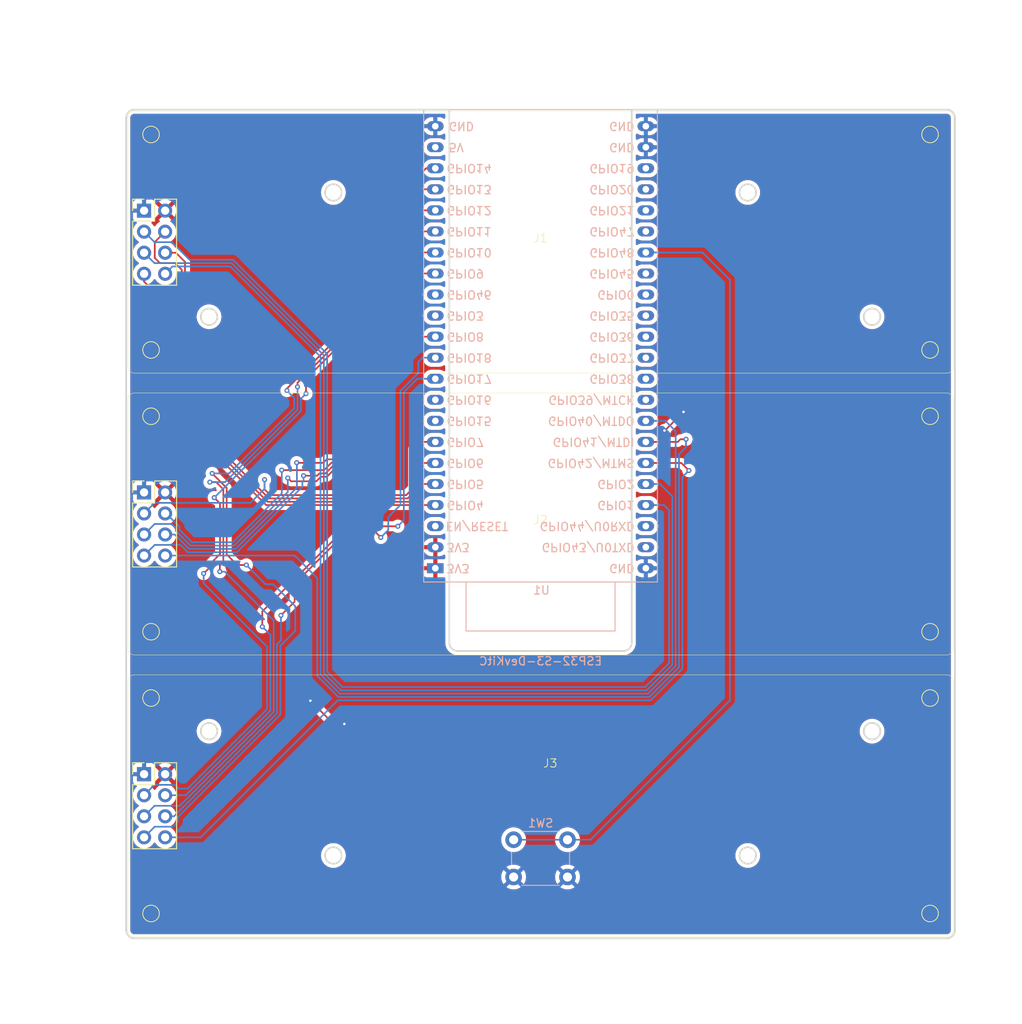
<source format=kicad_pcb>
(kicad_pcb (version 20241229) (generator "pcbnew") (generator_version "9.0")
  (layers (0 "F.Cu" signal) (2 "B.Cu" signal) (13 "F.Paste" user) (15 "B.Paste" user) (5 "F.SilkS" user "F.Silkscreen") (7 "B.SilkS" user "B.Silkscreen") (1 "F.Mask" user) (3 "B.Mask" user) (25 "Edge.Cuts" user))
  (net 0 "")
  (net 20 "/ADC_0_1")
  (net 21 "+3.3V")
  (net 22 "/config_0")
  (net 23 "/ADC_0_4")
  (net 24 "GND")
  (net 25 "/ADC_0_2")
  (net 26 "/ADC_0_0")
  (net 27 "/ADC_0_3")
  (net 28 "/ADC_1_0")
  (net 29 "/ADC_1_2")
  (net 30 "/config_1")
  (net 31 "/ADC_1_1")
  (net 32 "/ADC_1_3")
  (net 33 "/ADC_1_4")
  (net 34 "/ADC_2_4")
  (net 35 "/ADC_2_1")
  (net 36 "/ADC_2_0")
  (net 37 "/ADC_2_3")
  (net 38 "/config_2")
  (net 39 "/ADC_2_2")
  (net 40 "Net-(U1-GPIO48)")
  (footprint "Stephen:MidiModuleOutline" (layer "F.Cu") (at 100 66)
    (property "Reference" "J1" (at 0 -0.5 0) (layer "F.SilkS") (effects (font (thickness 0.1))))
    (property "Value" "Conn_02x04_Odd_Even")
    (fp_line (start -49.8 -15) (end -49.8 15) (stroke (width 0.05)) (layer "F.SilkS"))
    (fp_line (start -49.22 -5.19) (end -47.84 -5.19) (stroke (width 0.12)) (layer "F.SilkS"))
    (fp_line (start -49.22 -3.81) (end -49.22 -5.19) (stroke (width 0.12)) (layer "F.SilkS"))
    (fp_line (start -49.22 -2.54) (end -49.22 5.19) (stroke (width 0.12)) (layer "F.SilkS"))
    (fp_line (start -49.22 -2.54) (end -46.57 -2.54) (stroke (width 0.12)) (layer "F.SilkS"))
    (fp_line (start -49.22 5.19) (end -43.92 5.19) (stroke (width 0.12)) (layer "F.SilkS"))
    (fp_line (start -49 -15.8) (end 49 -15.8) (stroke (width 0.05)) (layer "F.SilkS"))
    (fp_line (start -49 15.8) (end 49 15.8) (stroke (width 0.05)) (layer "F.SilkS"))
    (fp_line (start -46.57 -5.19) (end -43.92 -5.19) (stroke (width 0.12)) (layer "F.SilkS"))
    (fp_line (start -46.57 -2.54) (end -46.57 -5.19) (stroke (width 0.12)) (layer "F.SilkS"))
    (fp_line (start -43.92 -5.19) (end -43.92 5.19) (stroke (width 0.12)) (layer "F.SilkS"))
    (fp_line (start 49.8 -15) (end 49.8 15) (stroke (width 0.05)) (layer "F.SilkS"))
    (fp_arc (start -49.8 -15) (mid -49.565685 -15.565685) (end -49 -15.8) (stroke (width 0.05)) (layer "F.SilkS"))
    (fp_arc (start -49 15.8) (mid -49.565685 15.565685) (end -49.8 15) (stroke (width 0.05)) (layer "F.SilkS"))
    (fp_arc (start 49 -15.8) (mid 49.565685 -15.565685) (end 49.8 -15) (stroke (width 0.05)) (layer "F.SilkS"))
    (fp_arc (start 49.8 15) (mid 49.565685 15.565685) (end 49 15.8) (stroke (width 0.05)) (layer "F.SilkS"))
    (fp_circle (center -47 -13) (end -46 -13) (stroke (width 0.1)) (fill no) (layer "F.SilkS"))
    (fp_circle (center -47 13) (end -46 13) (stroke (width 0.1)) (fill no) (layer "F.SilkS"))
    (fp_circle (center 47 -13) (end 48 -13) (stroke (width 0.1)) (fill no) (layer "F.SilkS"))
    (fp_circle (center 47 13) (end 48 13) (stroke (width 0.1)) (fill no) (layer "F.SilkS"))
    (pad "1" thru_hole rect (at -47.84 -3.81) (size 1.7 1.7) (drill 1) (layers "*.Cu" "*.Mask") (net 24 "GND"))
    (pad "2" thru_hole circle (at -45.3 -3.81) (size 1.7 1.7) (drill 1) (layers "*.Cu" "*.Mask") (net 21 "+3.3V"))
    (pad "3" thru_hole circle (at -47.84 -1.27) (size 1.7 1.7) (drill 1) (layers "*.Cu" "*.Mask") (net 26 "/ADC_0_0"))
    (pad "4" thru_hole circle (at -45.3 -1.27) (size 1.7 1.7) (drill 1) (layers "*.Cu" "*.Mask") (net 27 "/ADC_0_3"))
    (pad "5" thru_hole circle (at -47.84 1.27) (size 1.7 1.7) (drill 1) (layers "*.Cu" "*.Mask") (net 20 "/ADC_0_1"))
    (pad "6" thru_hole circle (at -45.3 1.27) (size 1.7 1.7) (drill 1) (layers "*.Cu" "*.Mask") (net 23 "/ADC_0_4"))
    (pad "7" thru_hole circle (at -47.84 3.81) (size 1.7 1.7) (drill 1) (layers "*.Cu" "*.Mask") (net 25 "/ADC_0_2"))
    (pad "8" thru_hole circle (at -45.3 3.81) (size 1.7 1.7) (drill 1) (layers "*.Cu" "*.Mask") (net 22 "/config_0"))
  )
  (footprint "Stephen:MidiModuleOutline" (layer "F.Cu") (at 100 134)
    (property "Reference" "J3" (at 1.175 -5.125 0) (layer "F.SilkS") (effects (font (thickness 0.1))))
    (property "Value" "Conn_02x04_Odd_Even")
    (fp_line (start -49.8 -15) (end -49.8 15) (stroke (width 0.05)) (layer "F.SilkS"))
    (fp_line (start -49.22 -5.19) (end -47.84 -5.19) (stroke (width 0.12)) (layer "F.SilkS"))
    (fp_line (start -49.22 -3.81) (end -49.22 -5.19) (stroke (width 0.12)) (layer "F.SilkS"))
    (fp_line (start -49.22 -2.54) (end -49.22 5.19) (stroke (width 0.12)) (layer "F.SilkS"))
    (fp_line (start -49.22 -2.54) (end -46.57 -2.54) (stroke (width 0.12)) (layer "F.SilkS"))
    (fp_line (start -49.22 5.19) (end -43.92 5.19) (stroke (width 0.12)) (layer "F.SilkS"))
    (fp_line (start -49 -15.8) (end 49 -15.8) (stroke (width 0.05)) (layer "F.SilkS"))
    (fp_line (start -49 15.8) (end 49 15.8) (stroke (width 0.05)) (layer "F.SilkS"))
    (fp_line (start -46.57 -5.19) (end -43.92 -5.19) (stroke (width 0.12)) (layer "F.SilkS"))
    (fp_line (start -46.57 -2.54) (end -46.57 -5.19) (stroke (width 0.12)) (layer "F.SilkS"))
    (fp_line (start -43.92 -5.19) (end -43.92 5.19) (stroke (width 0.12)) (layer "F.SilkS"))
    (fp_line (start 49.8 -15) (end 49.8 15) (stroke (width 0.05)) (layer "F.SilkS"))
    (fp_arc (start -49.8 -15) (mid -49.565685 -15.565685) (end -49 -15.8) (stroke (width 0.05)) (layer "F.SilkS"))
    (fp_arc (start -49 15.8) (mid -49.565685 15.565685) (end -49.8 15) (stroke (width 0.05)) (layer "F.SilkS"))
    (fp_arc (start 49 -15.8) (mid 49.565685 -15.565685) (end 49.8 -15) (stroke (width 0.05)) (layer "F.SilkS"))
    (fp_arc (start 49.8 15) (mid 49.565685 15.565685) (end 49 15.8) (stroke (width 0.05)) (layer "F.SilkS"))
    (fp_circle (center -47 -13) (end -46 -13) (stroke (width 0.1)) (fill no) (layer "F.SilkS"))
    (fp_circle (center -47 13) (end -46 13) (stroke (width 0.1)) (fill no) (layer "F.SilkS"))
    (fp_circle (center 47 -13) (end 48 -13) (stroke (width 0.1)) (fill no) (layer "F.SilkS"))
    (fp_circle (center 47 13) (end 48 13) (stroke (width 0.1)) (fill no) (layer "F.SilkS"))
    (pad "1" thru_hole rect (at -47.84 -3.81) (size 1.7 1.7) (drill 1) (layers "*.Cu" "*.Mask") (net 24 "GND"))
    (pad "2" thru_hole circle (at -45.3 -3.81) (size 1.7 1.7) (drill 1) (layers "*.Cu" "*.Mask") (net 21 "+3.3V"))
    (pad "3" thru_hole circle (at -47.84 -1.27) (size 1.7 1.7) (drill 1) (layers "*.Cu" "*.Mask") (net 36 "/ADC_2_0"))
    (pad "4" thru_hole circle (at -45.3 -1.27) (size 1.7 1.7) (drill 1) (layers "*.Cu" "*.Mask") (net 37 "/ADC_2_3"))
    (pad "5" thru_hole circle (at -47.84 1.27) (size 1.7 1.7) (drill 1) (layers "*.Cu" "*.Mask") (net 35 "/ADC_2_1"))
    (pad "6" thru_hole circle (at -45.3 1.27) (size 1.7 1.7) (drill 1) (layers "*.Cu" "*.Mask") (net 34 "/ADC_2_4"))
    (pad "7" thru_hole circle (at -47.84 3.81) (size 1.7 1.7) (drill 1) (layers "*.Cu" "*.Mask") (net 39 "/ADC_2_2"))
    (pad "8" thru_hole circle (at -45.3 3.81) (size 1.7 1.7) (drill 1) (layers "*.Cu" "*.Mask") (net 38 "/config_2"))
  )
  (footprint "Stephen:MidiModuleOutline" (layer "F.Cu") (at 100 100)
    (property "Reference" "J2" (at 0 -0.5 0) (layer "F.SilkS") (effects (font (thickness 0.1))))
    (property "Value" "Conn_02x04_Odd_Even")
    (fp_line (start -49.8 -15) (end -49.8 15) (stroke (width 0.05)) (layer "F.SilkS"))
    (fp_line (start -49.22 -5.19) (end -47.84 -5.19) (stroke (width 0.12)) (layer "F.SilkS"))
    (fp_line (start -49.22 -3.81) (end -49.22 -5.19) (stroke (width 0.12)) (layer "F.SilkS"))
    (fp_line (start -49.22 -2.54) (end -49.22 5.19) (stroke (width 0.12)) (layer "F.SilkS"))
    (fp_line (start -49.22 -2.54) (end -46.57 -2.54) (stroke (width 0.12)) (layer "F.SilkS"))
    (fp_line (start -49.22 5.19) (end -43.92 5.19) (stroke (width 0.12)) (layer "F.SilkS"))
    (fp_line (start -49 -15.8) (end 49 -15.8) (stroke (width 0.05)) (layer "F.SilkS"))
    (fp_line (start -49 15.8) (end 49 15.8) (stroke (width 0.05)) (layer "F.SilkS"))
    (fp_line (start -46.57 -5.19) (end -43.92 -5.19) (stroke (width 0.12)) (layer "F.SilkS"))
    (fp_line (start -46.57 -2.54) (end -46.57 -5.19) (stroke (width 0.12)) (layer "F.SilkS"))
    (fp_line (start -43.92 -5.19) (end -43.92 5.19) (stroke (width 0.12)) (layer "F.SilkS"))
    (fp_line (start 49.8 -15) (end 49.8 15) (stroke (width 0.05)) (layer "F.SilkS"))
    (fp_arc (start -49.8 -15) (mid -49.565685 -15.565685) (end -49 -15.8) (stroke (width 0.05)) (layer "F.SilkS"))
    (fp_arc (start -49 15.8) (mid -49.565685 15.565685) (end -49.8 15) (stroke (width 0.05)) (layer "F.SilkS"))
    (fp_arc (start 49 -15.8) (mid 49.565685 -15.565685) (end 49.8 -15) (stroke (width 0.05)) (layer "F.SilkS"))
    (fp_arc (start 49.8 15) (mid 49.565685 15.565685) (end 49 15.8) (stroke (width 0.05)) (layer "F.SilkS"))
    (fp_circle (center -47 -13) (end -46 -13) (stroke (width 0.1)) (fill no) (layer "F.SilkS"))
    (fp_circle (center -47 13) (end -46 13) (stroke (width 0.1)) (fill no) (layer "F.SilkS"))
    (fp_circle (center 47 -13) (end 48 -13) (stroke (width 0.1)) (fill no) (layer "F.SilkS"))
    (fp_circle (center 47 13) (end 48 13) (stroke (width 0.1)) (fill no) (layer "F.SilkS"))
    (pad "1" thru_hole rect (at -47.84 -3.81) (size 1.7 1.7) (drill 1) (layers "*.Cu" "*.Mask") (net 24 "GND"))
    (pad "2" thru_hole circle (at -45.3 -3.81) (size 1.7 1.7) (drill 1) (layers "*.Cu" "*.Mask") (net 21 "+3.3V"))
    (pad "3" thru_hole circle (at -47.84 -1.27) (size 1.7 1.7) (drill 1) (layers "*.Cu" "*.Mask") (net 28 "/ADC_1_0"))
    (pad "4" thru_hole circle (at -45.3 -1.27) (size 1.7 1.7) (drill 1) (layers "*.Cu" "*.Mask") (net 32 "/ADC_1_3"))
    (pad "5" thru_hole circle (at -47.84 1.27) (size 1.7 1.7) (drill 1) (layers "*.Cu" "*.Mask") (net 31 "/ADC_1_1"))
    (pad "6" thru_hole circle (at -45.3 1.27) (size 1.7 1.7) (drill 1) (layers "*.Cu" "*.Mask") (net 33 "/ADC_1_4"))
    (pad "7" thru_hole circle (at -47.84 3.81) (size 1.7 1.7) (drill 1) (layers "*.Cu" "*.Mask") (net 29 "/ADC_1_2"))
    (pad "8" thru_hole circle (at -45.3 3.81) (size 1.7 1.7) (drill 1) (layers "*.Cu" "*.Mask") (net 30 "/config_1"))
  )
  (footprint "Stephen:ESP32-S3-DevKitC_Steve" (layer "B.Cu") (at 100 50 180)
    (property "Reference" "U1" (at -0.099999 -58 0) (layer "B.SilkS") (effects (justify mirror)))
    (property "Value" "ESP32-S3-DevKitC" (at 0 -66.55 0) (layer "B.SilkS") (effects (justify mirror)))
    (fp_line (start 14.1 0) (end -14.1 0) (stroke (width 0.12)) (layer "B.SilkS"))
    (fp_line (start 14.1 -57) (end 14.1 0) (stroke (width 0.12)) (layer "B.SilkS"))
    (fp_line (start 8.9916 -57.02032) (end 8.9916 -62.91312) (stroke (width 0.12)) (layer "B.SilkS"))
    (fp_line (start -8.9916 -62.91312) (end 8.9916 -62.91312) (stroke (width 0.12)) (layer "B.SilkS"))
    (fp_line (start -8.9916 -62.91312) (end -8.9916 -57.02032) (stroke (width 0.12)) (layer "B.SilkS"))
    (fp_line (start -14.1 0) (end -14.1 -57) (stroke (width 0.12)) (layer "B.SilkS"))
    (fp_line (start -14.1 -57) (end 14.1 -57) (stroke (width 0.12)) (layer "B.SilkS"))
    (fp_text user "GPIO14" (at 11.42632 -7.07728 180) (layer "B.SilkS") (effects (justify left mirror)))
    (fp_text user "GPIO21" (at -11.43 -12.16 180) (layer "B.SilkS") (effects (justify right mirror)))
    (fp_text user "GPIO44/U0RXD" (at -11.43 -50.26 180) (layer "B.SilkS") (effects (justify right mirror)))
    (fp_text user "GPIO10" (at 11.42632 -17.23728 180) (layer "B.SilkS") (effects (justify left mirror)))
    (fp_text user "GPIO18" (at 11.42632 -29.93728 180) (layer "B.SilkS") (effects (justify left mirror)))
    (fp_text user "GPIO40/MTDO" (at -11.43 -37.56 180) (layer "B.SilkS") (effects (justify right mirror)))
    (fp_text user "GPIO6" (at 11.42632 -42.63728 180) (layer "B.SilkS") (effects (justify left mirror)))
    (fp_text user "GPIO17" (at 11.42632 -32.47728 180) (layer "B.SilkS") (effects (justify left mirror)))
    (fp_text user "EN/RESET" (at 3.81 -50.26 180) (layer "B.SilkS") (effects (justify right mirror)))
    (fp_text user "GPIO15" (at 11.42632 -37.55728 180) (layer "B.SilkS") (effects (justify left mirror)))
    (fp_text user "GPIO4" (at 11.42632 -47.71728 180) (layer "B.SilkS") (effects (justify left mirror)))
    (fp_text user "GPIO20" (at -11.43 -9.62 180) (layer "B.SilkS") (effects (justify right mirror)))
    (fp_text user "GPIO39/MTCK" (at -11.43 -35.02 180) (layer "B.SilkS") (effects (justify right mirror)))
    (fp_text user "GPIO9" (at 11.42632 -19.77728 180) (layer "B.SilkS") (effects (justify left mirror)))
    (fp_text user "GND" (at -11.43 -55.34 180) (layer "B.SilkS") (effects (justify right mirror)))
    (fp_text user "GPIO38" (at -11.43 -32.48 180) (layer "B.SilkS") (effects (justify right mirror)))
    (fp_text user "GPIO41/MTDI" (at -11.43 -40.1 180) (layer "B.SilkS") (effects (justify right mirror)))
    (fp_text user "GPIO46" (at 11.42632 -22.31728 180) (layer "B.SilkS") (effects (justify left mirror)))
    (fp_text user "GND" (at -11.43 -2 180) (layer "B.SilkS") (effects (justify right mirror)))
    (fp_text user "GPIO11" (at 11.42632 -14.69728 180) (layer "B.SilkS") (effects (justify left mirror)))
    (fp_text user "GPIO42/MTMS" (at -11.43 -42.64 180) (layer "B.SilkS") (effects (justify right mirror)))
    (fp_text user "3V3" (at 11.42632 -52.79728 180) (layer "B.SilkS") (effects (justify left mirror)))
    (fp_text user "GPIO8" (at 11.42632 -27.39728 180) (layer "B.SilkS") (effects (justify left mirror)))
    (fp_text user "GND" (at -11.43 -4.54 180) (layer "B.SilkS") (effects (justify right mirror)))
    (fp_text user "3V3" (at 11.42632 -55.33728 180) (layer "B.SilkS") (effects (justify left mirror)))
    (fp_text user "GPIO3" (at 11.42632 -24.85728 180) (layer "B.SilkS") (effects (justify left mirror)))
    (fp_text user "GPIO16" (at 11.42632 -35.01728 180) (layer "B.SilkS") (effects (justify left mirror)))
    (fp_text user "GPIO43/U0TXD" (at -11.43 -52.8 180) (layer "B.SilkS") (effects (justify right mirror)))
    (fp_text user "GPIO36" (at -11.43 -27.4 180) (layer "B.SilkS") (effects (justify right mirror)))
    (fp_text user "GPIO5" (at 11.42632 -45.17728 180) (layer "B.SilkS") (effects (justify left mirror)))
    (fp_text user "GPIO19" (at -11.43 -7.08 180) (layer "B.SilkS") (effects (justify right mirror)))
    (fp_text user "GPIO0" (at -11.43 -22.32 180) (layer "B.SilkS") (effects (justify right mirror)))
    (fp_text user "5V" (at 11.176 -4.54 180) (layer "B.SilkS") (effects (justify left mirror)))
    (fp_text user "GPIO2" (at -11.43 -45.18 180) (layer "B.SilkS") (effects (justify right mirror)))
    (fp_text user "GPIO37" (at -11.43 -29.94 180) (layer "B.SilkS") (effects (justify right mirror)))
    (fp_text user "GPIO48" (at -11.43 -17.24 180) (layer "B.SilkS") (effects (justify right mirror)))
    (fp_text user "GPIO47" (at -11.43 -14.7 180) (layer "B.SilkS") (effects (justify right mirror)))
    (fp_text user "GPIO7" (at 11.42632 -40.09728 180) (layer "B.SilkS") (effects (justify left mirror)))
    (fp_text user "GPIO35" (at -11.43 -24.86 180) (layer "B.SilkS") (effects (justify right mirror)))
    (fp_text user "GPIO13" (at 11.42632 -9.61728 180) (layer "B.SilkS") (effects (justify left mirror)))
    (fp_text user "GPIO1" (at -11.43 -47.72 180) (layer "B.SilkS") (effects (justify right mirror)))
    (fp_text user "GND" (at 11.176 -2 180) (layer "B.SilkS") (effects (justify left mirror)))
    (fp_text user "GPIO45" (at -11.43 -19.78 180) (layer "B.SilkS") (effects (justify right mirror)))
    (fp_text user "GPIO12" (at 11.42632 -12.15728 180) (layer "B.SilkS") (effects (justify left mirror)))
    (pad "1" thru_hole rect (at 12.69632 -55.33728 90) (size 1.2 2) (drill 0.8) (layers "*.Cu" "*.Mask") (net 21 "+3.3V"))
    (pad "2" thru_hole oval (at 12.69632 -52.79728 90) (size 1.2 2) (drill 0.8) (layers "*.Cu" "*.Mask") (net 21 "+3.3V"))
    (pad "3" thru_hole oval (at 12.69632 -50.25728 90) (size 1.2 2) (drill 0.8) (layers "*.Cu" "*.Mask"))
    (pad "4" thru_hole oval (at 12.69632 -47.71728 90) (size 1.2 2) (drill 0.8) (layers "*.Cu" "*.Mask") (net 25 "/ADC_0_2"))
    (pad "5" thru_hole oval (at 12.69632 -45.17728 90) (size 1.2 2) (drill 0.8) (layers "*.Cu" "*.Mask") (net 27 "/ADC_0_3"))
    (pad "6" thru_hole oval (at 12.69632 -42.63728 90) (size 1.2 2) (drill 0.8) (layers "*.Cu" "*.Mask") (net 23 "/ADC_0_4"))
    (pad "7" thru_hole oval (at 12.69632 -40.09728 90) (size 1.2 2) (drill 0.8) (layers "*.Cu" "*.Mask") (net 28 "/ADC_1_0"))
    (pad "8" thru_hole oval (at 12.69632 -37.55728 90) (size 1.2 2) (drill 0.8) (layers "*.Cu" "*.Mask"))
    (pad "9" thru_hole oval (at 12.69632 -35.01728 90) (size 1.2 2) (drill 0.8) (layers "*.Cu" "*.Mask"))
    (pad "10" thru_hole oval (at 12.69632 -32.47728 90) (size 1.2 2) (drill 0.8) (layers "*.Cu" "*.Mask") (net 37 "/ADC_2_3"))
    (pad "11" thru_hole oval (at 12.69632 -29.93728 90) (size 1.2 2) (drill 0.8) (layers "*.Cu" "*.Mask") (net 34 "/ADC_2_4"))
    (pad "12" thru_hole oval (at 12.69632 -27.39728 90) (size 1.2 2) (drill 0.8) (layers "*.Cu" "*.Mask") (net 31 "/ADC_1_1"))
    (pad "13" thru_hole oval (at 12.69632 -24.85728 90) (size 1.2 2) (drill 0.8) (layers "*.Cu" "*.Mask"))
    (pad "14" thru_hole oval (at 12.69632 -22.31728 90) (size 1.2 2) (drill 0.8) (layers "*.Cu" "*.Mask"))
    (pad "15" thru_hole oval (at 12.69632 -19.77728 90) (size 1.2 2) (drill 0.8) (layers "*.Cu" "*.Mask") (net 29 "/ADC_1_2"))
    (pad "16" thru_hole oval (at 12.69632 -17.23728 90) (size 1.2 2) (drill 0.8) (layers "*.Cu" "*.Mask") (net 32 "/ADC_1_3"))
    (pad "17" thru_hole oval (at 12.69632 -14.69728 90) (size 1.2 2) (drill 0.8) (layers "*.Cu" "*.Mask") (net 33 "/ADC_1_4"))
    (pad "18" thru_hole oval (at 12.69632 -12.15728 90) (size 1.2 2) (drill 0.8) (layers "*.Cu" "*.Mask") (net 36 "/ADC_2_0"))
    (pad "19" thru_hole oval (at 12.69632 -9.61728 90) (size 1.2 2) (drill 0.8) (layers "*.Cu" "*.Mask") (net 35 "/ADC_2_1"))
    (pad "20" thru_hole oval (at 12.7 -7.08 90) (size 1.2 2) (drill 0.8) (layers "*.Cu" "*.Mask") (net 39 "/ADC_2_2"))
    (pad "21" thru_hole oval (at 12.7 -4.54 90) (size 1.2 2) (drill 0.8) (layers "*.Cu" "*.Mask"))
    (pad "22" thru_hole oval (at 12.7 -2 90) (size 1.2 2) (drill 0.8) (layers "*.Cu" "*.Mask") (net 24 "GND"))
    (pad "23" thru_hole oval (at -12.7 -2 90) (size 1.2 2) (drill 0.8) (layers "*.Cu" "*.Mask") (net 24 "GND"))
    (pad "24" thru_hole oval (at -12.7 -4.54 90) (size 1.2 2) (drill 0.8) (layers "*.Cu" "*.Mask") (net 24 "GND"))
    (pad "25" thru_hole oval (at -12.7 -7.08 90) (size 1.2 2) (drill 0.8) (layers "*.Cu" "*.Mask"))
    (pad "26" thru_hole oval (at -12.7 -9.62 90) (size 1.2 2) (drill 0.8) (layers "*.Cu" "*.Mask"))
    (pad "27" thru_hole oval (at -12.7 -12.16 90) (size 1.2 2) (drill 0.8) (layers "*.Cu" "*.Mask"))
    (pad "28" thru_hole oval (at -12.7 -14.7 90) (size 1.2 2) (drill 0.8) (layers "*.Cu" "*.Mask"))
    (pad "29" thru_hole oval (at -12.7 -17.24 90) (size 1.2 2) (drill 0.8) (layers "*.Cu" "*.Mask") (net 40 "Net-(U1-GPIO48)"))
    (pad "30" thru_hole oval (at -12.7 -19.78 90) (size 1.2 2) (drill 0.8) (layers "*.Cu" "*.Mask"))
    (pad "31" thru_hole oval (at -12.7 -22.32 90) (size 1.2 2) (drill 0.8) (layers "*.Cu" "*.Mask"))
    (pad "32" thru_hole oval (at -12.7 -24.86 90) (size 1.2 2) (drill 0.8) (layers "*.Cu" "*.Mask"))
    (pad "33" thru_hole oval (at -12.7 -27.4 90) (size 1.2 2) (drill 0.8) (layers "*.Cu" "*.Mask"))
    (pad "34" thru_hole oval (at -12.7 -29.94 90) (size 1.2 2) (drill 0.8) (layers "*.Cu" "*.Mask"))
    (pad "35" thru_hole oval (at -12.7 -32.48 90) (size 1.2 2) (drill 0.8) (layers "*.Cu" "*.Mask"))
    (pad "36" thru_hole oval (at -12.7 -35.02 90) (size 1.2 2) (drill 0.8) (layers "*.Cu" "*.Mask"))
    (pad "37" thru_hole oval (at -12.7 -37.56 90) (size 1.2 2) (drill 0.8) (layers "*.Cu" "*.Mask") (net 22 "/config_0"))
    (pad "38" thru_hole oval (at -12.7 -40.1 90) (size 1.2 2) (drill 0.8) (layers "*.Cu" "*.Mask") (net 30 "/config_1"))
    (pad "39" thru_hole oval (at -12.7 -42.64 90) (size 1.2 2) (drill 0.8) (layers "*.Cu" "*.Mask") (net 38 "/config_2"))
    (pad "40" thru_hole oval (at -12.7 -45.18 90) (size 1.2 2) (drill 0.8) (layers "*.Cu" "*.Mask") (net 20 "/ADC_0_1"))
    (pad "41" thru_hole oval (at -12.7 -47.72 90) (size 1.2 2) (drill 0.8) (layers "*.Cu" "*.Mask") (net 26 "/ADC_0_0"))
    (pad "42" thru_hole oval (at -12.7 -50.26 90) (size 1.2 2) (drill 0.8) (layers "*.Cu" "*.Mask"))
    (pad "43" thru_hole oval (at -12.7 -52.8 90) (size 1.2 2) (drill 0.8) (layers "*.Cu" "*.Mask"))
    (pad "44" thru_hole oval (at -12.7 -55.34 90) (size 1.2 2) (drill 0.8) (layers "*.Cu" "*.Mask") (net 24 "GND"))
  )
  (footprint "Button_Switch_THT:SW_PUSH_6mm_H7.3mm" (layer "B.Cu") (at 103.25 138.1 180)
    (property "Reference" "SW1" (at 3.25 2 0) (layer "B.SilkS") (effects (justify mirror)))
    (property "Value" "SW_Push")
    (fp_line (start 6.75 -3) (end 6.75 -1.5) (stroke (width 0.12)) (layer "B.SilkS"))
    (fp_line (start 5.5 1) (end 1 1) (stroke (width 0.12)) (layer "B.SilkS"))
    (fp_line (start 1 -5.5) (end 5.5 -5.5) (stroke (width 0.12)) (layer "B.SilkS"))
    (fp_line (start -0.25 -1.5) (end -0.25 -3) (stroke (width 0.12)) (layer "B.SilkS"))
    (pad "1" thru_hole circle (at 0 0 90) (size 2 2) (drill 1.1) (layers "*.Cu" "*.Mask") (net 40 "Net-(U1-GPIO48)"))
    (pad "1" thru_hole circle (at 6.5 0 90) (size 2 2) (drill 1.1) (layers "*.Cu" "*.Mask") (net 40 "Net-(U1-GPIO48)"))
    (pad "2" thru_hole circle (at 0 -4.5 90) (size 2 2) (drill 1.1) (layers "*.Cu" "*.Mask") (net 24 "GND"))
    (pad "2" thru_hole circle (at 6.5 -4.5 90) (size 2 2) (drill 1.1) (layers "*.Cu" "*.Mask") (net 24 "GND"))
  )
  (gr_line (start 111 114.325) (end 111 50) (stroke (width 0.2)) (layer "Edge.Cuts"))
  (gr_circle (center 125 140) (end 126 140) (stroke (width 0.2)) (fill no) (layer "Edge.Cuts"))
  (gr_circle (center 75 60) (end 76 60) (stroke (width 0.2)) (fill no) (layer "Edge.Cuts"))
  (gr_arc (start 51 150) (mid 50.292893 149.707107) (end 50 149) (stroke (width 0.2)) (layer "Edge.Cuts"))
  (gr_line (start 111 50) (end 149 50) (stroke (width 0.2)) (layer "Edge.Cuts"))
  (gr_line (start 150 149) (end 150 51) (stroke (width 0.2)) (layer "Edge.Cuts"))
  (gr_arc (start 90 115.325) (mid 89.292893 115.032107) (end 89 114.325) (stroke (width 0.2)) (layer "Edge.Cuts"))
  (gr_circle (center 60 125) (end 61 125) (stroke (width 0.2)) (fill no) (layer "Edge.Cuts"))
  (gr_arc (start 150 149) (mid 149.707107 149.707107) (end 149 150) (stroke (width 0.2)) (layer "Edge.Cuts"))
  (gr_circle (center 75 140) (end 76 140) (stroke (width 0.2)) (fill no) (layer "Edge.Cuts"))
  (gr_circle (center 60 75) (end 61 75) (stroke (width 0.2)) (fill no) (layer "Edge.Cuts"))
  (gr_circle (center 140 75) (end 141 75) (stroke (width 0.2)) (fill no) (layer "Edge.Cuts"))
  (gr_line (start 51 150) (end 149 150) (stroke (width 0.2)) (layer "Edge.Cuts"))
  (gr_arc (start 50 51) (mid 50.292893 50.292893) (end 51 50) (stroke (width 0.2)) (layer "Edge.Cuts"))
  (gr_line (start 50 149) (end 50 51) (stroke (width 0.2)) (layer "Edge.Cuts"))
  (gr_circle (center 140 125) (end 141 125) (stroke (width 0.2)) (fill no) (layer "Edge.Cuts"))
  (gr_line (start 90 115.325) (end 110 115.325) (stroke (width 0.2)) (layer "Edge.Cuts"))
  (gr_arc (start 149 50) (mid 149.707107 50.292893) (end 150 51) (stroke (width 0.2)) (layer "Edge.Cuts"))
  (gr_arc (start 111 114.325) (mid 110.707107 115.032107) (end 110 115.325) (stroke (width 0.2)) (layer "Edge.Cuts"))
  (gr_circle (center 125 60) (end 126 60) (stroke (width 0.2)) (fill no) (layer "Edge.Cuts"))
  (gr_line (start 51 50) (end 89 50) (stroke (width 0.2)) (layer "Edge.Cuts"))
  (gr_line (start 89 114.325) (end 89 50) (stroke (width 0.2)) (layer "Edge.Cuts"))
  (segment (start 115.9 98.1579) (end 115.9 96.675) (width 0.2) (layer "B.Cu") (net 20))
  (segment (start 52.16 67.27) (end 53.415 68.525) (width 0.2) (layer "B.Cu") (net 20))
  (segment (start 73.849 79.649) (end 73.849 117.9911) (width 0.2) (layer "B.Cu") (net 20))
  (segment (start 114.405 95.18) (end 112.7 95.18) (width 0.2) (layer "B.Cu") (net 20))
  (segment (start 73.849 117.9911) (end 75.9339 120.076) (width 0.2) (layer "B.Cu") (net 20))
  (segment (start 53.415 68.525) (end 62.725 68.525) (width 0.2) (layer "B.Cu") (net 20))
  (segment (start 62.725 68.525) (end 73.849 79.649) (width 0.2) (layer "B.Cu") (net 20))
  (segment (start 115.901 116.9661) (end 115.901 98.1589) (width 0.2) (layer "B.Cu") (net 20))
  (segment (start 112.7911 120.076) (end 115.901 116.9661) (width 0.2) (layer "B.Cu") (net 20))
  (segment (start 75.9339 120.076) (end 112.7911 120.076) (width 0.2) (layer "B.Cu") (net 20))
  (segment (start 115.9 96.675) (end 114.405 95.18) (width 0.2) (layer "B.Cu") (net 20))
  (segment (start 115.901 98.1589) (end 115.9 98.1579) (width 0.2) (layer "B.Cu") (net 20))
  (segment (start 116.302 88.802) (end 115.06 87.56) (width 0.2) (layer "B.Cu") (net 22))
  (segment (start 75.7678 120.477) (end 112.9572 120.477) (width 0.2) (layer "B.Cu") (net 22))
  (segment (start 73.449 79.8161) (end 73.449 118.1582) (width 0.2) (layer "B.Cu") (net 22))
  (segment (start 62.5589 68.926) (end 73.449 79.8161) (width 0.2) (layer "B.Cu") (net 22))
  (segment (start 116.302 117.1322) (end 116.302 88.802) (width 0.2) (layer "B.Cu") (net 22))
  (segment (start 54.7 69.81) (end 55.584 68.926) (width 0.2) (layer "B.Cu") (net 22))
  (segment (start 73.449 118.1582) (end 75.7678 120.477) (width 0.2) (layer "B.Cu") (net 22))
  (segment (start 115.06 87.56) (end 112.7 87.56) (width 0.2) (layer "B.Cu") (net 22))
  (segment (start 112.9572 120.477) (end 116.302 117.1322) (width 0.2) (layer "B.Cu") (net 22))
  (segment (start 55.584 68.926) (end 62.5589 68.926) (width 0.2) (layer "B.Cu") (net 22))
  (segment (start 57.102 68.377) (end 55.995 67.27) (width 0.2) (layer "F.Cu") (net 23))
  (segment (start 85.66272 92.63728) (end 85.024 93.276) (width 0.2) (layer "F.Cu") (net 23))
  (segment (start 85.024 93.276) (end 85.024 95.8431) (width 0.2) (layer "F.Cu") (net 23))
  (segment (start 55.995 67.27) (end 54.7 67.27) (width 0.2) (layer "F.Cu") (net 23))
  (segment (start 83.95182 96.91528) (end 67.22448 96.91528) (width 0.2) (layer "F.Cu") (net 23))
  (segment (start 87.30368 92.63728) (end 85.66272 92.63728) (width 0.2) (layer "F.Cu") (net 23))
  (segment (start 57.102 86.7928) (end 57.102 68.377) (width 0.2) (layer "F.Cu") (net 23))
  (segment (start 67.22448 96.91528) (end 57.102 86.7928) (width 0.2) (layer "F.Cu") (net 23))
  (segment (start 85.024 95.8431) (end 83.95182 96.91528) (width 0.2) (layer "F.Cu") (net 23))
  (segment (start 72.225 121.325) (end 75.025 124.125) (width 0.2) (layer "F.Cu") (net 24))
  (segment (start 75.025 124.125) (end 76.325 124.125) (width 0.2) (layer "F.Cu") (net 24))
  (segment (start 115 88.725) (end 117.25 86.475) (width 0.2) (layer "F.Cu") (net 24))
  (segment (start 114.95 88.725) (end 115 88.725) (width 0.2) (layer "F.Cu") (net 24))
  (via (at 114.95 88.725) (size 0.6) (drill 0.3) (layers "F.Cu" "B.Cu") (net 24))
  (via (at 117.25 86.475) (size 0.6) (drill 0.3) (layers "F.Cu" "B.Cu") (net 24))
  (via (at 76.325 124.125) (size 0.6) (drill 0.3) (layers "F.Cu" "B.Cu") (net 24))
  (via (at 72.225 121.325) (size 0.6) (drill 0.3) (layers "F.Cu" "B.Cu") (net 24))
  (segment (start 52.875 71.475) (end 52.16 70.76) (width 0.2) (layer "F.Cu") (net 25))
  (segment (start 66.89228 97.71728) (end 56.3 87.125) (width 0.2) (layer "F.Cu") (net 25))
  (segment (start 87.30368 97.71728) (end 66.89228 97.71728) (width 0.2) (layer "F.Cu") (net 25))
  (segment (start 55.55 71.475) (end 52.875 71.475) (width 0.2) (layer "F.Cu") (net 25))
  (segment (start 56.3 87.125) (end 56.3 72.225) (width 0.2) (layer "F.Cu") (net 25))
  (segment (start 52.16 70.76) (end 52.16 69.81) (width 0.2) (layer "F.Cu") (net 25))
  (segment (start 56.3 72.225) (end 55.55 71.475) (width 0.2) (layer "F.Cu") (net 25))
  (segment (start 55.5 65.975) (end 57.649 68.124) (width 0.2) (layer "B.Cu") (net 26))
  (segment (start 115.5 116.8) (end 115.5 98.325) (width 0.2) (layer "B.Cu") (net 26))
  (segment (start 62.8911 68.124) (end 74.25 79.4829) (width 0.2) (layer "B.Cu") (net 26))
  (segment (start 74.25 117.825) (end 76.1 119.675) (width 0.2) (layer "B.Cu") (net 26))
  (segment (start 115.5 98.325) (end 114.895 97.72) (width 0.2) (layer "B.Cu") (net 26))
  (segment (start 76.1 119.675) (end 112.625 119.675) (width 0.2) (layer "B.Cu") (net 26))
  (segment (start 52.16 64.73) (end 53.43 66) (width 0.2) (layer "B.Cu") (net 26))
  (segment (start 55.475 66) (end 55.5 65.975) (width 0.2) (layer "B.Cu") (net 26))
  (segment (start 53.43 66) (end 55.475 66) (width 0.2) (layer "B.Cu") (net 26))
  (segment (start 74.25 79.4829) (end 74.25 117.825) (width 0.2) (layer "B.Cu") (net 26))
  (segment (start 112.625 119.675) (end 115.5 116.8) (width 0.2) (layer "B.Cu") (net 26))
  (segment (start 114.895 97.72) (end 112.7 97.72) (width 0.2) (layer "B.Cu") (net 26))
  (segment (start 57.649 68.124) (end 62.8911 68.124) (width 0.2) (layer "B.Cu") (net 26))
  (segment (start 85.425 95.45) (end 85.425 96.0092) (width 0.2) (layer "F.Cu") (net 27))
  (segment (start 67.05838 97.31628) (end 56.701 86.9589) (width 0.2) (layer "F.Cu") (net 27))
  (segment (start 85.69772 95.17728) (end 85.425 95.45) (width 0.2) (layer "F.Cu") (net 27))
  (segment (start 56.701 86.9589) (end 56.701 69.326) (width 0.2) (layer "F.Cu") (net 27))
  (segment (start 84.11792 97.31628) (end 67.05838 97.31628) (width 0.2) (layer "F.Cu") (net 27))
  (segment (start 87.30368 95.17728) (end 85.69772 95.17728) (width 0.2) (layer "F.Cu") (net 27))
  (segment (start 85.425 96.0092) (end 84.11792 97.31628) (width 0.2) (layer "F.Cu") (net 27))
  (segment (start 53.45 67.9) (end 53.45 65.98) (width 0.2) (layer "F.Cu") (net 27))
  (segment (start 55.9 68.525) (end 54.075 68.525) (width 0.2) (layer "F.Cu") (net 27))
  (segment (start 53.45 65.98) (end 54.7 64.73) (width 0.2) (layer "F.Cu") (net 27))
  (segment (start 56.701 69.326) (end 55.9 68.525) (width 0.2) (layer "F.Cu") (net 27))
  (segment (start 54.075 68.525) (end 53.45 67.9) (width 0.2) (layer "F.Cu") (net 27))
  (segment (start 84.623 95.677) (end 84.623 90.952) (width 0.2) (layer "F.Cu") (net 28))
  (segment (start 85.47772 90.09728) (end 87.30368 90.09728) (width 0.2) (layer "F.Cu") (net 28))
  (segment (start 67.39058 96.51428) (end 83.78572 96.51428) (width 0.2) (layer "F.Cu") (net 28))
  (segment (start 66.7 95.8237) (end 67.39058 96.51428) (width 0.2) (layer "F.Cu") (net 28))
  (segment (start 84.623 90.952) (end 85.47772 90.09728) (width 0.2) (layer "F.Cu") (net 28))
  (segment (start 83.78572 96.51428) (end 84.623 95.677) (width 0.2) (layer "F.Cu") (net 28))
  (segment (start 66.7 94.65) (end 66.7 95.8237) (width 0.2) (layer "F.Cu") (net 28))
  (via (at 66.7 94.65) (size 0.6) (drill 0.3) (layers "F.Cu" "B.Cu") (net 28))
  (segment (start 66.7 94.65) (end 66.7 95.75) (width 0.2) (layer "B.Cu") (net 28))
  (segment (start 53.44 97.45) (end 52.16 98.73) (width 0.2) (layer "B.Cu") (net 28))
  (segment (start 65 97.45) (end 53.44 97.45) (width 0.2) (layer "B.Cu") (net 28))
  (segment (start 66.7 95.75) (end 65 97.45) (width 0.2) (layer "B.Cu") (net 28))
  (segment (start 81.449 88.0089) (end 81.449 81.2852) (width 0.2) (layer "F.Cu") (net 29))
  (segment (start 76.45655 93.00135) (end 81.449 88.0089) (width 0.2) (layer "F.Cu") (net 29))
  (segment (start 71.4 94.175) (end 73.05 94.175) (width 0.2) (layer "F.Cu") (net 29))
  (segment (start 73.324 93.901) (end 74.0421 93.901) (width 0.2) (layer "F.Cu") (net 29))
  (segment (start 73.05 94.175) (end 73.324 93.901) (width 0.2) (layer "F.Cu") (net 29))
  (segment (start 83.6 79.1342) (end 83.6 71.725) (width 0.2) (layer "F.Cu") (net 29))
  (segment (start 81.449 81.2852) (end 83.6 79.1342) (width 0.2) (layer "F.Cu") (net 29))
  (segment (start 85.54772 69.77728) (end 87.30368 69.77728) (width 0.2) (layer "F.Cu") (net 29))
  (segment (start 74.94175 93.00135) (end 76.45655 93.00135) (width 0.2) (layer "F.Cu") (net 29))
  (segment (start 83.6 71.725) (end 85.54772 69.77728) (width 0.2) (layer "F.Cu") (net 29))
  (segment (start 74.0421 93.901) (end 74.94175 93.00135) (width 0.2) (layer "F.Cu") (net 29))
  (via (at 71.4 94.175) (size 0.6) (drill 0.3) (layers "F.Cu" "B.Cu") (net 29))
  (segment (start 57.434 103.409) (end 56.55 102.525) (width 0.2) (layer "B.Cu") (net 29))
  (segment (start 71.26172 94.91328) (end 71.26172 95.51328) (width 0.2) (layer "B.Cu") (net 29))
  (segment (start 71.4 94.175) (end 71.4 94.775) (width 0.2) (layer "B.Cu") (net 29))
  (segment (start 71.26172 95.51328) (end 63.366 103.409) (width 0.2) (layer "B.Cu") (net 29))
  (segment (start 56.55 102.525) (end 53.445 102.525) (width 0.2) (layer "B.Cu") (net 29))
  (segment (start 71.4 94.775) (end 71.26172 94.91328) (width 0.2) (layer "B.Cu") (net 29))
  (segment (start 63.366 103.409) (end 57.434 103.409) (width 0.2) (layer "B.Cu") (net 29))
  (segment (start 53.445 102.525) (end 52.16 103.81) (width 0.2) (layer "B.Cu") (net 29))
  (segment (start 116.55 90.1) (end 112.7 90.1) (width 0.2) (layer "F.Cu") (net 30))
  (segment (start 117.55 89.775) (end 116.875 89.775) (width 0.2) (layer "F.Cu") (net 30))
  (segment (start 116.875 89.775) (end 116.55 90.1) (width 0.2) (layer "F.Cu") (net 30))
  (via (at 117.55 89.775) (size 0.6) (drill 0.3) (layers "F.Cu" "B.Cu") (net 30))
  (segment (start 70.335 103.81) (end 54.7 103.81) (width 0.2) (layer "B.Cu") (net 30))
  (segment (start 75.6017 120.878) (end 73.048 118.3243) (width 0.2) (layer "B.Cu") (net 30))
  (segment (start 117.55 89.775) (end 117.55 90.75) (width 0.2) (layer "B.Cu") (net 30))
  (segment (start 73.048 106.523) (end 70.335 103.81) (width 0.2) (layer "B.Cu") (net 30))
  (segment (start 73.048 118.3243) (end 73.048 106.523) (width 0.2) (layer "B.Cu") (net 30))
  (segment (start 117.55 90.75) (end 116.703 91.597) (width 0.2) (layer "B.Cu") (net 30))
  (segment (start 116.703 117.2983) (end 113.1233 120.878) (width 0.2) (layer "B.Cu") (net 30))
  (segment (start 113.1233 120.878) (end 75.6017 120.878) (width 0.2) (layer "B.Cu") (net 30))
  (segment (start 116.703 91.597) (end 116.703 117.2983) (width 0.2) (layer "B.Cu") (net 30))
  (segment (start 72.9421 94.85) (end 69.9 94.85) (width 0.2) (layer "F.Cu") (net 31))
  (segment (start 76.62265 93.40235) (end 75.10785 93.40235) (width 0.2) (layer "F.Cu") (net 31))
  (segment (start 74.2082 94.302) (end 73.4901 94.302) (width 0.2) (layer "F.Cu") (net 31))
  (segment (start 85.90272 77.39728) (end 84.001 79.299) (width 0.2) (layer "F.Cu") (net 31))
  (segment (start 81.85 88.175) (end 76.62265 93.40235) (width 0.2) (layer "F.Cu") (net 31))
  (segment (start 75.10785 93.40235) (end 74.2082 94.302) (width 0.2) (layer "F.Cu") (net 31))
  (segment (start 73.4901 94.302) (end 72.9421 94.85) (width 0.2) (layer "F.Cu") (net 31))
  (segment (start 87.30368 77.39728) (end 85.90272 77.39728) (width 0.2) (layer "F.Cu") (net 31))
  (segment (start 84.001 79.3003) (end 81.85 81.4513) (width 0.2) (layer "F.Cu") (net 31))
  (segment (start 81.85 81.4513) (end 81.85 88.175) (width 0.2) (layer "F.Cu") (net 31))
  (segment (start 84.001 79.299) (end 84.001 79.3003) (width 0.2) (layer "F.Cu") (net 31))
  (segment (start 69.9 94.85) (end 69.5 94.45) (width 0.2) (layer "F.Cu") (net 31))
  (via (at 69.5 94.45) (size 0.6) (drill 0.3) (layers "F.Cu" "B.Cu") (net 31))
  (segment (start 63.0338 102.607) (end 57.7662 102.607) (width 0.2) (layer "B.Cu") (net 31))
  (segment (start 69.5 94.45) (end 69.5 96.1408) (width 0.2) (layer "B.Cu") (net 31))
  (segment (start 57.7662 102.607) (end 56.025 100.8658) (width 0.2) (layer "B.Cu") (net 31))
  (segment (start 56.025 100.5) (end 55.525 100) (width 0.2) (layer "B.Cu") (net 31))
  (segment (start 53.43 100) (end 52.16 101.27) (width 0.2) (layer "B.Cu") (net 31))
  (segment (start 55.525 100) (end 53.43 100) (width 0.2) (layer "B.Cu") (net 31))
  (segment (start 69.5 96.1408) (end 63.0338 102.607) (width 0.2) (layer "B.Cu") (net 31))
  (segment (start 56.025 100.8658) (end 56.025 100.5) (width 0.2) (layer "B.Cu") (net 31))
  (segment (start 73.876 93.5) (end 74.77565 92.60035) (width 0.2) (layer "F.Cu") (net 32))
  (segment (start 85.91272 67.23728) (end 87.30368 67.23728) (width 0.2) (layer "F.Cu") (net 32))
  (segment (start 83.199 78.9681) (end 83.199 71.5589) (width 0.2) (layer "F.Cu") (net 32))
  (segment (start 85.45 69.3079) (end 85.45 67.7) (width 0.2) (layer "F.Cu") (net 32))
  (segment (start 83.199 71.5589) (end 85.45 69.3079) (width 0.2) (layer "F.Cu") (net 32))
  (segment (start 76.29045 92.60035) (end 81.048 87.8428) (width 0.2) (layer "F.Cu") (net 32))
  (segment (start 81.048 81.1191) (end 83.199 78.9681) (width 0.2) (layer "F.Cu") (net 32))
  (segment (start 74.77565 92.60035) (end 76.29045 92.60035) (width 0.2) (layer "F.Cu") (net 32))
  (segment (start 81.048 87.8428) (end 81.048 81.1191) (width 0.2) (layer "F.Cu") (net 32))
  (segment (start 85.45 67.7) (end 85.91272 67.23728) (width 0.2) (layer "F.Cu") (net 32))
  (segment (start 68.775 93.5) (end 73.876 93.5) (width 0.2) (layer "F.Cu") (net 32))
  (via (at 68.775 93.5) (size 0.6) (drill 0.3) (layers "F.Cu" "B.Cu") (net 32))
  (segment (start 56.426 100.3339) (end 54.8221 98.73) (width 0.2) (layer "B.Cu") (net 32))
  (segment (start 57.9323 102.206) (end 56.426 100.6997) (width 0.2) (layer "B.Cu") (net 32))
  (segment (start 62.8677 102.206) (end 57.9323 102.206) (width 0.2) (layer "B.Cu") (net 32))
  (segment (start 56.426 100.6997) (end 56.426 100.3339) (width 0.2) (layer "B.Cu") (net 32))
  (segment (start 54.8221 98.73) (end 54.7 98.73) (width 0.2) (layer "B.Cu") (net 32))
  (segment (start 68.775 96.2987) (end 62.8677 102.206) (width 0.2) (layer "B.Cu") (net 32))
  (segment (start 68.775 93.5) (end 68.775 96.2987) (width 0.2) (layer "B.Cu") (net 32))
  (segment (start 74.20065 92.19935) (end 76.12435 92.19935) (width 0.2) (layer "F.Cu") (net 33))
  (segment (start 70.6 92.625) (end 73.775 92.625) (width 0.2) (layer "F.Cu") (net 33))
  (segment (start 80.647 87.6767) (end 80.647 80.953) (width 0.2) (layer "F.Cu") (net 33))
  (segment (start 76.12435 92.19935) (end 80.647 87.6767) (width 0.2) (layer "F.Cu") (net 33))
  (segment (start 82.798 78.802) (end 82.798 71.3928) (width 0.2) (layer "F.Cu") (net 33))
  (segment (start 82.798 71.3928) (end 85.049 69.1418) (width 0.2) (layer "F.Cu") (net 33))
  (segment (start 85.90272 64.69728) (end 87.30368 64.69728) (width 0.2) (layer "F.Cu") (net 33))
  (segment (start 85.049 69.1418) (end 85.049 65.551) (width 0.2) (layer "F.Cu") (net 33))
  (segment (start 85.049 65.551) (end 85.90272 64.69728) (width 0.2) (layer "F.Cu") (net 33))
  (segment (start 80.647 80.953) (end 82.798 78.802) (width 0.2) (layer "F.Cu") (net 33))
  (segment (start 73.775 92.625) (end 74.20065 92.19935) (width 0.2) (layer "F.Cu") (net 33))
  (segment (start 70.575 92.6) (end 70.6 92.625) (width 0.2) (layer "F.Cu") (net 33))
  (via (at 70.575 92.6) (size 0.6) (drill 0.3) (layers "F.Cu" "B.Cu") (net 33))
  (segment (start 70.6 95.6079) (end 63.1999 103.008) (width 0.2) (layer "B.Cu") (net 33))
  (segment (start 70.575 92.6) (end 70.6 92.625) (width 0.2) (layer "B.Cu") (net 33))
  (segment (start 70.6 92.625) (end 70.6 95.6079) (width 0.2) (layer "B.Cu") (net 33))
  (segment (start 63.1999 103.008) (end 57.6001 103.008) (width 0.2) (layer "B.Cu") (net 33))
  (segment (start 57.6001 103.008) (end 55.8621 101.27) (width 0.2) (layer "B.Cu") (net 33))
  (segment (start 55.8621 101.27) (end 54.7 101.27) (width 0.2) (layer "B.Cu") (net 33))
  (segment (start 68.675 111.025) (end 70.325 109.375) (width 0.2) (layer "F.Cu") (net 34))
  (segment (start 70.325 109.375) (end 70.325 107.2171) (width 0.2) (layer "F.Cu") (net 34))
  (segment (start 79.776 100.676) (end 80.725 101.625) (width 0.2) (layer "F.Cu") (net 34))
  (segment (start 76.8661 100.676) (end 79.776 100.676) (width 0.2) (layer "F.Cu") (net 34))
  (segment (start 70.325 107.2171) (end 76.8661 100.676) (width 0.2) (layer "F.Cu") (net 34))
  (via (at 68.675 111.025) (size 0.6) (drill 0.3) (layers "F.Cu" "B.Cu") (net 34))
  (via (at 80.725 101.625) (size 0.6) (drill 0.3) (layers "F.Cu" "B.Cu") (net 34))
  (segment (start 81.625 99.175) (end 83.099 97.701) (width 0.2) (layer "B.Cu") (net 34))
  (segment (start 83.099 97.701) (end 83.099 83.9339) (width 0.2) (layer "B.Cu") (net 34))
  (segment (start 85.76272 79.93728) (end 87.30368 79.93728) (width 0.2) (layer "B.Cu") (net 34))
  (segment (start 68.675 114.051) (end 68.201 114.525) (width 0.2) (layer "B.Cu") (net 34))
  (segment (start 83.099 83.9339) (end 85.25 81.7829) (width 0.2) (layer "B.Cu") (net 34))
  (segment (start 68.201 122.8411) (end 55.7721 135.27) (width 0.2) (layer "B.Cu") (net 34))
  (segment (start 81.625 100.725) (end 81.625 99.175) (width 0.2) (layer "B.Cu") (net 34))
  (segment (start 85.25 80.45) (end 85.76272 79.93728) (width 0.2) (layer "B.Cu") (net 34))
  (segment (start 55.7721 135.27) (end 54.7 135.27) (width 0.2) (layer "B.Cu") (net 34))
  (segment (start 85.25 81.7829) (end 85.25 80.45) (width 0.2) (layer "B.Cu") (net 34))
  (segment (start 68.675 111.025) (end 68.675 114.051) (width 0.2) (layer "B.Cu") (net 34))
  (segment (start 68.201 114.525) (end 68.201 122.8411) (width 0.2) (layer "B.Cu") (net 34))
  (segment (start 80.725 101.625) (end 81.625 100.725) (width 0.2) (layer "B.Cu") (net 34))
  (segment (start 78.649 68.0839) (end 85.375 61.3579) (width 0.2) (layer "F.Cu") (net 35))
  (segment (start 70.674 83.45) (end 70.674 82.951) (width 0.2) (layer "F.Cu") (net 35))
  (segment (start 61.3 105.75) (end 61.3 105.025) (width 0.2) (layer "F.Cu") (net 35))
  (segment (start 85.95772 59.61728) (end 87.30368 59.61728) (width 0.2) (layer "F.Cu") (net 35))
  (segment (start 85.375 60.2) (end 85.95772 59.61728) (width 0.2) (layer "F.Cu") (net 35))
  (segment (start 78.649 74.976) (end 78.649 68.0839) (width 0.2) (layer "F.Cu") (net 35))
  (segment (start 70.674 82.951) (end 78.649 74.976) (width 0.2) (layer "F.Cu") (net 35))
  (segment (start 85.375 61.3579) (end 85.375 60.2) (width 0.2) (layer "F.Cu") (net 35))
  (segment (start 61.724 104.601) (end 61.724 95.8161) (width 0.2) (layer "F.Cu") (net 35))
  (segment (start 61.3 105.025) (end 61.724 104.601) (width 0.2) (layer "F.Cu") (net 35))
  (segment (start 60.8579 94.95) (end 60.1 94.95) (width 0.2) (layer "F.Cu") (net 35))
  (segment (start 61.724 95.8161) (end 60.8579 94.95) (width 0.2) (layer "F.Cu") (net 35))
  (via (at 61.3 105.75) (size 0.6) (drill 0.3) (layers "F.Cu" "B.Cu") (net 35))
  (via (at 60.1 94.95) (size 0.6) (drill 0.3) (layers "F.Cu" "B.Cu") (net 35))
  (via (at 70.674 83.45) (size 0.6) (drill 0.3) (layers "F.Cu" "B.Cu") (net 35))
  (segment (start 62.74145 94.14145) (end 70.674 86.2089) (width 0.2) (layer "B.Cu") (net 35))
  (segment (start 67.8 111.65) (end 67.8 122.675) (width 0.2) (layer "B.Cu") (net 35))
  (segment (start 67.8 122.675) (end 56.475 134) (width 0.2) (layer "B.Cu") (net 35))
  (segment (start 61.9329 94.95) (end 62.74145 94.14145) (width 0.2) (layer "B.Cu") (net 35))
  (segment (start 56.475 134) (end 53.43 134) (width 0.2) (layer "B.Cu") (net 35))
  (segment (start 61.9 105.75) (end 67.8 111.65) (width 0.2) (layer "B.Cu") (net 35))
  (segment (start 53.43 134) (end 52.16 135.27) (width 0.2) (layer "B.Cu") (net 35))
  (segment (start 61.3 105.75) (end 61.9 105.75) (width 0.2) (layer "B.Cu") (net 35))
  (segment (start 70.674 86.2089) (end 70.674 83.45) (width 0.2) (layer "B.Cu") (net 35))
  (segment (start 60.1 94.95) (end 61.9329 94.95) (width 0.2) (layer "B.Cu") (net 35))
  (segment (start 79.05 68.25) (end 85.14272 62.15728) (width 0.2) (layer "F.Cu") (net 36))
  (segment (start 59.35 105.975) (end 60.273 105.052) (width 0.2) (layer "F.Cu") (net 36))
  (segment (start 61.323 103.625) (end 61.323 97.523) (width 0.2) (layer "F.Cu") (net 36))
  (segment (start 71.7 82.4921) (end 79.05 75.1421) (width 0.2) (layer "F.Cu") (net 36))
  (segment (start 85.14272 62.15728) (end 87.30368 62.15728) (width 0.2) (layer "F.Cu") (net 36))
  (segment (start 60.273 105.052) (end 60.273 104.675) (width 0.2) (layer "F.Cu") (net 36))
  (segment (start 71.7 84.275) (end 71.7 82.4921) (width 0.2) (layer "F.Cu") (net 36))
  (segment (start 60.273 104.675) (end 61.323 103.625) (width 0.2) (layer "F.Cu") (net 36))
  (segment (start 79.05 75.1421) (end 79.05 68.25) (width 0.2) (layer "F.Cu") (net 36))
  (segment (start 61.323 97.523) (end 60.625 96.825) (width 0.2) (layer "F.Cu") (net 36))
  (via (at 71.7 84.275) (size 0.6) (drill 0.3) (layers "F.Cu" "B.Cu") (net 36))
  (via (at 59.35 105.975) (size 0.6) (drill 0.3) (layers "F.Cu" "B.Cu") (net 36))
  (via (at 60.625 96.825) (size 0.6) (drill 0.3) (layers "F.Cu" "B.Cu") (net 36))
  (segment (start 66.998 114.798) (end 66.998 122.3428) (width 0.2) (layer "B.Cu") (net 36))
  (segment (start 71.075 84.9) (end 71.7 84.275) (width 0.2) (layer "B.Cu") (net 36))
  (segment (start 71.075 86.375) (end 71.075 84.9) (width 0.2) (layer "B.Cu") (net 36))
  (segment (start 66.998 122.3428) (end 57.4158 131.925) (width 0.2) (layer "B.Cu") (net 36))
  (segment (start 57.4158 131.925) (end 56.325 131.925) (width 0.2) (layer "B.Cu") (net 36))
  (segment (start 59.35 107.15) (end 66.998 114.798) (width 0.2) (layer "B.Cu") (net 36))
  (segment (start 59.35 105.975) (end 59.35 107.15) (width 0.2) (layer "B.Cu") (net 36))
  (segment (start 55.875 131.475) (end 53.415 131.475) (width 0.2) (layer "B.Cu") (net 36))
  (segment (start 60.625 96.825) (end 71.075 86.375) (width 0.2) (layer "B.Cu") (net 36))
  (segment (start 56.325 131.925) (end 55.875 131.475) (width 0.2) (layer "B.Cu") (net 36))
  (segment (start 53.415 131.475) (end 52.16 132.73) (width 0.2) (layer "B.Cu") (net 36))
  (segment (start 66.425 110.55) (end 67.6 109.375) (width 0.2) (layer "F.Cu") (net 37))
  (segment (start 67.6 109.375) (end 76.7 100.275) (width 0.2) (layer "F.Cu") (net 37))
  (segment (start 76.7 100.275) (end 82.775 100.275) (width 0.2) (layer "F.Cu") (net 37))
  (segment (start 66.425 112.4) (end 66.425 110.55) (width 0.2) (layer "F.Cu") (net 37))
  (via (at 66.425 112.4) (size 0.6) (drill 0.3) (layers "F.Cu" "B.Cu") (net 37))
  (via (at 82.775 100.275) (size 0.6) (drill 0.3) (layers "F.Cu" "B.Cu") (net 37))
  (segment (start 85.12272 82.47728) (end 87.30368 82.47728) (width 0.2) (layer "B.Cu") (net 37))
  (segment (start 82.775 100.275) (end 83.5 99.55) (width 0.2) (layer "B.Cu") (net 37))
  (segment (start 67.399 122.5089) (end 67.399 114.125) (width 0.2) (layer "B.Cu") (net 37))
  (segment (start 67.399 113.374) (end 66.425 112.4) (width 0.2) (layer "B.Cu") (net 37))
  (segment (start 67.399 114.125) (end 67.399 113.374) (width 0.2) (layer "B.Cu") (net 37))
  (segment (start 57.69145 132.21645) (end 67.399 122.5089) (width 0.2) (layer "B.Cu") (net 37))
  (segment (start 83.5 84.1) (end 85.12272 82.47728) (width 0.2) (layer "B.Cu") (net 37))
  (segment (start 54.7 132.73) (end 57.1779 132.73) (width 0.2) (layer "B.Cu") (net 37))
  (segment (start 57.1779 132.73) (end 57.69145 132.21645) (width 0.2) (layer "B.Cu") (net 37))
  (segment (start 83.5 99.55) (end 83.5 84.1) (width 0.2) (layer "B.Cu") (net 37))
  (segment (start 116.99 92.64) (end 112.7 92.64) (width 0.2) (layer "F.Cu") (net 38))
  (segment (start 117.9 93.55) (end 116.99 92.64) (width 0.2) (layer "F.Cu") (net 38))
  (via (at 117.9 93.55) (size 0.6) (drill 0.3) (layers "F.Cu" "B.Cu") (net 38))
  (segment (start 58.99 137.81) (end 54.7 137.81) (width 0.2) (layer "B.Cu") (net 38))
  (segment (start 113.2894 121.279) (end 75.521 121.279) (width 0.2) (layer "B.Cu") (net 38))
  (segment (start 75.521 121.279) (end 58.99 137.81) (width 0.2) (layer "B.Cu") (net 38))
  (segment (start 117.104 117.4644) (end 113.2894 121.279) (width 0.2) (layer "B.Cu") (net 38))
  (segment (start 117.104 94.346) (end 117.104 117.4644) (width 0.2) (layer "B.Cu") (net 38))
  (segment (start 117.9 93.55) (end 117.104 94.346) (width 0.2) (layer "B.Cu") (net 38))
  (segment (start 86.195 57.08) (end 87.3 57.08) (width 0.2) (layer "F.Cu") (net 39))
  (segment (start 69.4 83.9) (end 69.4 83.6579) (width 0.2) (layer "F.Cu") (net 39))
  (segment (start 62.125 103.675) (end 62.125 95.65) (width 0.2) (layer "F.Cu") (net 39))
  (segment (start 64.5 104.95) (end 63.4 104.95) (width 0.2) (layer "F.Cu") (net 39))
  (segment (start 78.248 67.9178) (end 84.974 61.1918) (width 0.2) (layer "F.Cu") (net 39))
  (segment (start 78.248 74.8099) (end 78.248 67.9178) (width 0.2) (layer "F.Cu") (net 39))
  (segment (start 62.125 95.65) (end 60.375 93.9) (width 0.2) (layer "F.Cu") (net 39))
  (segment (start 84.974 58.301) (end 86.195 57.08) (width 0.2) (layer "F.Cu") (net 39))
  (segment (start 69.4 83.6579) (end 78.248 74.8099) (width 0.2) (layer "F.Cu") (net 39))
  (segment (start 63.4 104.95) (end 62.125 103.675) (width 0.2) (layer "F.Cu") (net 39))
  (segment (start 84.974 61.1918) (end 84.974 58.301) (width 0.2) (layer "F.Cu") (net 39))
  (via (at 60.375 93.9) (size 0.6) (drill 0.3) (layers "F.Cu" "B.Cu") (net 39))
  (via (at 64.5 104.95) (size 0.6) (drill 0.3) (layers "F.Cu" "B.Cu") (net 39))
  (via (at 69.4 83.9) (size 0.6) (drill 0.3) (layers "F.Cu" "B.Cu") (net 39))
  (segment (start 63.2579 93.0579) (end 70.273 86.0428) (width 0.2) (layer "B.Cu") (net 39))
  (segment (start 67.75 107.275) (end 70.4 109.925) (width 0.2) (layer "B.Cu") (net 39))
  (segment (start 60.375 93.9) (end 62.4158 93.9) (width 0.2) (layer "B.Cu") (net 39))
  (segment (start 68.602 123.0072) (end 56.225 135.3842) (width 0.2) (layer "B.Cu") (net 39))
  (segment (start 56.225 135.3842) (end 56.225 135.95) (width 0.2) (layer "B.Cu") (net 39))
  (segment (start 62.4158 93.9) (end 63.2579 93.0579) (width 0.2) (layer "B.Cu") (net 39))
  (segment (start 68.602 114.6911) (end 68.602 123.0072) (width 0.2) (layer "B.Cu") (net 39))
  (segment (start 56.225 135.95) (end 55.65 136.525) (width 0.2) (layer "B.Cu") (net 39))
  (segment (start 53.445 136.525) (end 52.16 137.81) (width 0.2) (layer "B.Cu") (net 39))
  (segment (start 66.825 107.275) (end 67.75 107.275) (width 0.2) (layer "B.Cu") (net 39))
  (segment (start 64.5 104.95) (end 66.825 107.275) (width 0.2) (layer "B.Cu") (net 39))
  (segment (start 70.4 109.925) (end 70.4 112.8931) (width 0.2) (layer "B.Cu") (net 39))
  (segment (start 70.4 112.8931) (end 68.602 114.6911) (width 0.2) (layer "B.Cu") (net 39))
  (segment (start 69.4 83.927) (end 69.4 83.9) (width 0.2) (layer "B.Cu") (net 39))
  (segment (start 55.65 136.525) (end 53.445 136.525) (width 0.2) (layer "B.Cu") (net 39))
  (segment (start 70.273 84.8) (end 69.4 83.927) (width 0.2) (layer "B.Cu") (net 39))
  (segment (start 70.273 86.0428) (end 70.273 84.8) (width 0.2) (layer "B.Cu") (net 39))
  (segment (start 122.825 70.525) (end 119.54 67.24) (width 0.2) (layer "B.Cu") (net 40))
  (segment (start 106.025 138.1) (end 122.85 121.275) (width 0.2) (layer "B.Cu") (net 40))
  (segment (start 103.25 138.1) (end 106.025 138.1) (width 0.2) (layer "B.Cu") (net 40))
  (segment (start 122.85 70.525) (end 122.825 70.525) (width 0.2) (layer "B.Cu") (net 40))
  (segment (start 122.85 121.275) (end 122.85 70.525) (width 0.2) (layer "B.Cu") (net 40))
  (segment (start 103.25 138.1) (end 96.75 138.1) (width 0.2) (layer "B.Cu") (net 40))
  (segment (start 119.54 67.24) (end 112.7 67.24) (width 0.2) (layer "B.Cu") (net 40))
  (zone (net 21) (net_name "+3.3V") (layer "F.Cu") (connect_pads (clearance 0.5)) (min_thickness 0.25) (fill yes (thermal_gap 0.5) (thermal_bridge_width 0.5))
    (polygon (pts (xy 37.95 40.675) (xy 34.775 160.325) (xy 156.625 159.35) (xy 158.1 36.775)))
  )
  (zone (net 24) (net_name "GND") (layer "B.Cu") (priority 1) (connect_pads (clearance 0.5)) (min_thickness 0.25) (fill yes (thermal_gap 0.5) (thermal_bridge_width 0.5))
    (polygon (pts (xy 38.775 41.325) (xy 36.05 159.15) (xy 155.525 158.35) (xy 153.775 41.475)))
  )
)
</source>
